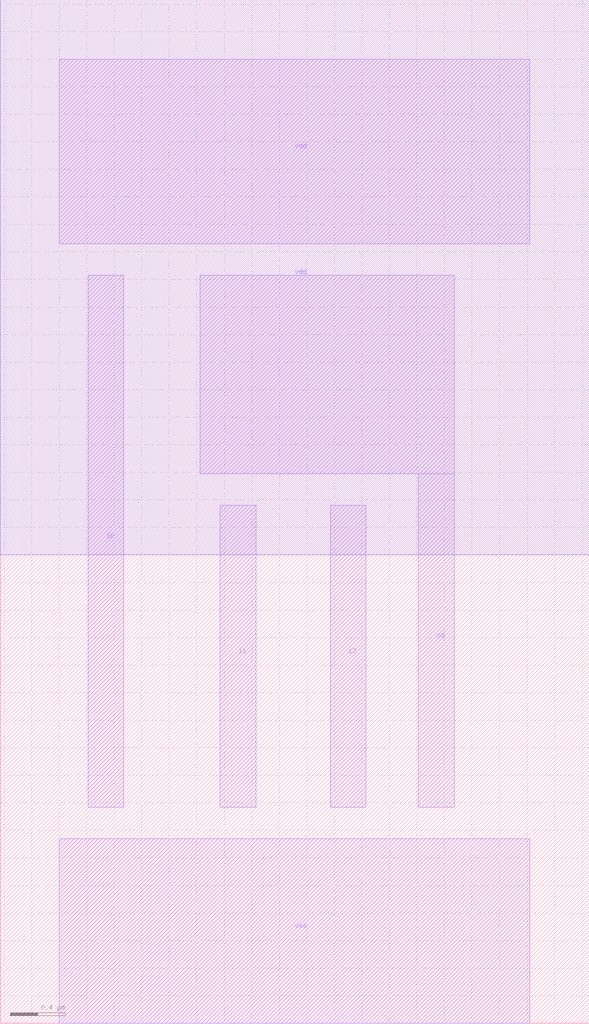
<source format=lef>
VERSION 5.7 ;
  NOWIREEXTENSIONATPIN ON ;
  DIVIDERCHAR "/" ;
  BUSBITCHARS "[]" ;
MACRO nand3_x1
  CLASS BLOCK ;
  FOREIGN nand3_x1 ;
  ORIGIN 0.430 0.000 ;
  SIZE 4.280 BY 7.430 ;
  PIN vss
    ANTENNADIFFAREA 1.955400 ;
    PORT
      LAYER Metal1 ;
        RECT 0.000 0.000 3.420 1.340 ;
    END
  END vss
  PIN vdd
    ANTENNADIFFAREA 3.122400 ;
    PORT
      LAYER Nwell ;
        RECT -0.430 3.400 3.850 7.430 ;
      LAYER Metal1 ;
        RECT 0.000 5.660 3.420 7.000 ;
    END
  END vdd
  PIN i0
    ANTENNAGATEAREA 1.106000 ;
    PORT
      LAYER Metal1 ;
        RECT 0.210 1.570 0.470 5.430 ;
    END
  END i0
  PIN nq
    ANTENNADIFFAREA 2.817000 ;
    PORT
      LAYER Metal1 ;
        RECT 1.025 3.990 2.870 5.430 ;
        RECT 2.610 1.570 2.870 3.990 ;
    END
  END nq
  PIN i1
    ANTENNAGATEAREA 1.106000 ;
    PORT
      LAYER Metal1 ;
        RECT 1.170 1.570 1.430 3.760 ;
    END
  END i1
  PIN i2
    ANTENNAGATEAREA 1.106000 ;
    PORT
      LAYER Metal1 ;
        RECT 1.970 1.570 2.230 3.760 ;
    END
  END i2
END nand3_x1
END LIBRARY


</source>
